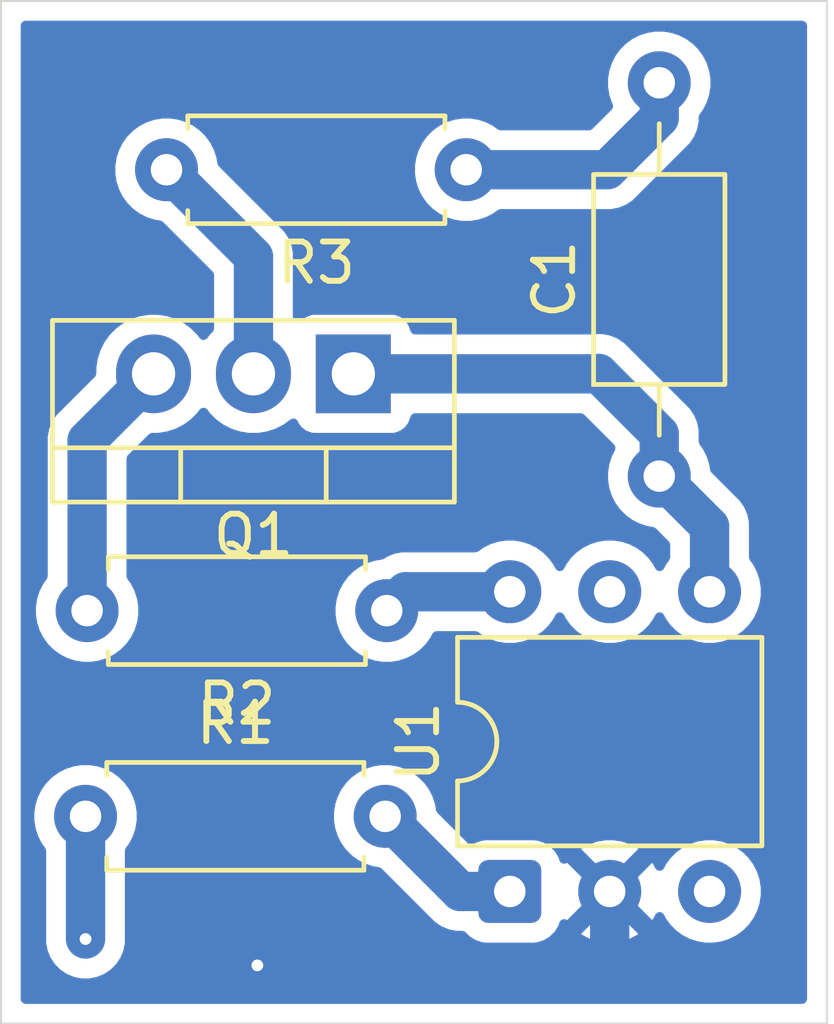
<source format=kicad_pcb>
(kicad_pcb (version 20241229) (generator "pcbnew") (generator_version "9.0")
  (layers (0 "F.Cu" signal) (2 "B.Cu" signal) (13 "F.Paste" user) (15 "B.Paste" user) (5 "F.SilkS" user "F.Silkscreen") (7 "B.SilkS" user "B.Silkscreen") (1 "F.Mask" user) (3 "B.Mask" user) (25 "Edge.Cuts" user))
  (net 0 "")
  (net 1 "Net-(Q1-A1)")
  (net 2 "Net-(C1-Pad2)")
  (net 3 "Net-(Q1-G)")
  (net 4 "VCC 220")
  (net 5 "Net-(R1-Pad2)")
  (net 6 "PD0")
  (net 7 "Net-(R2-Pad1)")
  (net 8 "GND PIN 9")
  (footprint "Resistor_THT:R_Axial_DIN0207_L6.3mm_D2.5mm_P7.62mm_Horizontal" (layer "F.Cu") (at 168.15 104.73)
    (property "Reference" "R1" (at 3.81 -2.37 0) (layer "F.SilkS"))
    (property "Value" "R")
    (fp_line (start 0.54 -1.37) (end 7.08 -1.37) (stroke (width 0.12)) (layer "F.SilkS"))
    (fp_line (start 0.54 -1.04) (end 0.54 -1.37) (stroke (width 0.12)) (layer "F.SilkS"))
    (fp_line (start 0.54 1.04) (end 0.54 1.37) (stroke (width 0.12)) (layer "F.SilkS"))
    (fp_line (start 0.54 1.37) (end 7.08 1.37) (stroke (width 0.12)) (layer "F.SilkS"))
    (fp_line (start 7.08 -1.37) (end 7.08 -1.04) (stroke (width 0.12)) (layer "F.SilkS"))
    (fp_line (start 7.08 1.37) (end 7.08 1.04) (stroke (width 0.12)) (layer "F.SilkS"))
    (pad "1" thru_hole circle (at 0 0) (size 1.6 1.6) (drill 0.8) (layers "*.Cu" "*.Mask") (net 6 "PD0"))
    (pad "2" thru_hole circle (at 7.62 0) (size 1.6 1.6) (drill 0.8) (layers "*.Cu" "*.Mask") (net 5 "Net-(R1-Pad2)"))
  )
  (footprint "Resistor_THT:R_Axial_DIN0207_L6.3mm_D2.5mm_P7.62mm_Horizontal" (layer "F.Cu") (at 177.83 88.29 180)
    (property "Reference" "R3" (at 3.81 -2.37 0) (layer "F.SilkS"))
    (property "Value" "R")
    (fp_line (start 7.08 1.37) (end 7.08 1.04) (stroke (width 0.12)) (layer "F.SilkS"))
    (fp_line (start 7.08 -1.37) (end 7.08 -1.04) (stroke (width 0.12)) (layer "F.SilkS"))
    (fp_line (start 0.54 1.37) (end 7.08 1.37) (stroke (width 0.12)) (layer "F.SilkS"))
    (fp_line (start 0.54 1.04) (end 0.54 1.37) (stroke (width 0.12)) (layer "F.SilkS"))
    (fp_line (start 0.54 -1.04) (end 0.54 -1.37) (stroke (width 0.12)) (layer "F.SilkS"))
    (fp_line (start 0.54 -1.37) (end 7.08 -1.37) (stroke (width 0.12)) (layer "F.SilkS"))
    (pad "1" thru_hole circle (at 0 0 180) (size 1.6 1.6) (drill 0.8) (layers "*.Cu" "*.Mask") (net 2 "Net-(C1-Pad2)"))
    (pad "2" thru_hole circle (at 7.62 0 180) (size 1.6 1.6) (drill 0.8) (layers "*.Cu" "*.Mask") (net 4 "VCC 220"))
  )
  (footprint "Capacitor_THT:C_Axial_L5.1mm_D3.1mm_P10.00mm_Horizontal" (layer "F.Cu") (at 182.74 96.08 90)
    (property "Reference" "C1" (at 5 -2.67 90) (layer "F.SilkS"))
    (property "Value" "C")
    (fp_line (start 8.96 0) (end 7.67 0) (stroke (width 0.12)) (layer "F.SilkS"))
    (fp_line (start 1.04 0) (end 2.33 0) (stroke (width 0.12)) (layer "F.SilkS"))
    (fp_rect (start 2.33 -1.67) (end 7.67 1.67) (stroke (width 0.12)) (fill no) (layer "F.SilkS"))
    (pad "1" thru_hole circle (at 0 0 90) (size 1.6 1.6) (drill 0.8) (layers "*.Cu" "*.Mask") (net 1 "Net-(Q1-A1)"))
    (pad "2" thru_hole circle (at 10 0 90) (size 1.6 1.6) (drill 0.8) (layers "*.Cu" "*.Mask") (net 2 "Net-(C1-Pad2)"))
  )
  (footprint "Resistor_THT:R_Axial_DIN0207_L6.3mm_D2.5mm_P7.62mm_Horizontal" (layer "F.Cu") (at 175.81 99.5 180)
    (property "Reference" "R2" (at 3.81 -2.37 0) (layer "F.SilkS"))
    (property "Value" "R")
    (fp_line (start 7.08 1.37) (end 7.08 1.04) (stroke (width 0.12)) (layer "F.SilkS"))
    (fp_line (start 7.08 -1.37) (end 7.08 -1.04) (stroke (width 0.12)) (layer "F.SilkS"))
    (fp_line (start 0.54 1.37) (end 7.08 1.37) (stroke (width 0.12)) (layer "F.SilkS"))
    (fp_line (start 0.54 1.04) (end 0.54 1.37) (stroke (width 0.12)) (layer "F.SilkS"))
    (fp_line (start 0.54 -1.04) (end 0.54 -1.37) (stroke (width 0.12)) (layer "F.SilkS"))
    (fp_line (start 0.54 -1.37) (end 7.08 -1.37) (stroke (width 0.12)) (layer "F.SilkS"))
    (pad "1" thru_hole circle (at 0 0 180) (size 1.6 1.6) (drill 0.8) (layers "*.Cu" "*.Mask") (net 7 "Net-(R2-Pad1)"))
    (pad "2" thru_hole circle (at 7.62 0 180) (size 1.6 1.6) (drill 0.8) (layers "*.Cu" "*.Mask") (net 3 "Net-(Q1-G)"))
  )
  (footprint "Package_DIP:DIP-6_W7.62mm" (layer "F.Cu") (at 178.94 106.64 90)
    (property "Reference" "U1" (at 3.81 -2.33 90) (layer "F.SilkS"))
    (property "Value" "MOC3021M")
    (fp_line (start 6.46 -1.33) (end 4.81 -1.33) (stroke (width 0.12)) (layer "F.SilkS"))
    (fp_line (start 2.81 -1.33) (end 1.16 -1.33) (stroke (width 0.12)) (layer "F.SilkS"))
    (fp_line (start 1.16 -1.33) (end 1.16 6.41) (stroke (width 0.12)) (layer "F.SilkS"))
    (fp_line (start 6.46 6.41) (end 6.46 -1.33) (stroke (width 0.12)) (layer "F.SilkS"))
    (fp_line (start 1.16 6.41) (end 6.46 6.41) (stroke (width 0.12)) (layer "F.SilkS"))
    (fp_arc (start 4.81 -1.33) (mid 3.81 -0.33) (end 2.81 -1.33) (stroke (width 0.12)) (layer "F.SilkS"))
    (pad "1" thru_hole roundrect (at 0 0 90) (size 1.6 1.6) (drill 0.8) (layers "*.Cu" "*.Mask") (roundrect_rratio 0.15625) (net 5 "Net-(R1-Pad2)"))
    (pad "2" thru_hole circle (at 0 2.54 90) (size 1.6 1.6) (drill 0.8) (layers "*.Cu" "*.Mask") (net 8 "GND PIN 9"))
    (pad "3" thru_hole circle (at 0 5.08 90) (size 1.6 1.6) (drill 0.8) (layers "*.Cu" "*.Mask"))
    (pad "4" thru_hole circle (at 7.62 5.08 90) (size 1.6 1.6) (drill 0.8) (layers "*.Cu" "*.Mask") (net 1 "Net-(Q1-A1)"))
    (pad "5" thru_hole circle (at 7.62 2.54 90) (size 1.6 1.6) (drill 0.8) (layers "*.Cu" "*.Mask"))
    (pad "6" thru_hole circle (at 7.62 0 90) (size 1.6 1.6) (drill 0.8) (layers "*.Cu" "*.Mask") (net 7 "Net-(R2-Pad1)"))
  )
  (footprint "Package_TO_SOT_THT:TO-220-3_Vertical" (layer "F.Cu") (at 174.96 93.48 180)
    (property "Reference" "Q1" (at 2.54 -4.1 0) (layer "F.SilkS"))
    (property "Value" "BT136-500")
    (fp_line (start 7.65 -3.26) (end 7.65 1.36) (stroke (width 0.12)) (layer "F.SilkS"))
    (fp_line (start 4.39 -3.26) (end 4.39 -1.88) (stroke (width 0.12)) (layer "F.SilkS"))
    (fp_line (start 0.69 -3.26) (end 0.69 -1.88) (stroke (width 0.12)) (layer "F.SilkS"))
    (fp_line (start -2.57 1.36) (end 7.65 1.36) (stroke (width 0.12)) (layer "F.SilkS"))
    (fp_line (start -2.57 -1.88) (end 7.65 -1.88) (stroke (width 0.12)) (layer "F.SilkS"))
    (fp_line (start -2.57 -3.26) (end 7.65 -3.26) (stroke (width 0.12)) (layer "F.SilkS"))
    (fp_line (start -2.57 -3.26) (end -2.57 1.36) (stroke (width 0.12)) (layer "F.SilkS"))
    (pad "1" thru_hole rect (at 0 0 180) (size 1.905 2) (drill 1.1) (layers "*.Cu" "*.Mask") (net 1 "Net-(Q1-A1)"))
    (pad "2" thru_hole oval (at 2.54 0 180) (size 1.905 2) (drill 1.1) (layers "*.Cu" "*.Mask") (net 4 "VCC 220"))
    (pad "3" thru_hole oval (at 5.08 0 180) (size 1.905 2) (drill 1.1) (layers "*.Cu" "*.Mask") (net 3 "Net-(Q1-G)"))
  )
  (gr_rect (start 166 84) (end 187 110) (stroke (width 0.05)) (fill no) (layer "Edge.Cuts"))
  (segment (start 184.02 97.36) (end 182.74 96.08) (width 1) (layer "B.Cu") (net 1))
  (segment (start 182.74 95.01) (end 181.2 93.47) (width 1) (layer "B.Cu") (net 1))
  (segment (start 174.96 93.48) (end 181.19 93.48) (width 1) (layer "B.Cu") (net 1))
  (segment (start 182.74 96.08) (end 182.74 95.01) (width 1) (layer "B.Cu") (net 1))
  (segment (start 181.19 93.48) (end 181.2 93.47) (width 1) (layer "B.Cu") (net 1))
  (segment (start 184.02 99.02) (end 184.02 97.36) (width 1) (layer "B.Cu") (net 1))
  (segment (start 183.82 98.82) (end 184.02 99.02) (width 1) (layer "B.Cu") (net 1))
  (segment (start 177.83 88.29) (end 181.42 88.29) (width 1) (layer "B.Cu") (net 2))
  (segment (start 182.74 86.08) (end 182.74 86.97) (width 1) (layer "B.Cu") (net 2))
  (segment (start 182.74 86.97) (end 181.42 88.29) (width 1) (layer "B.Cu") (net 2))
  (segment (start 168.19 99.5) (end 168.19 95.17) (width 1) (layer "B.Cu") (net 3))
  (segment (start 168.19 95.17) (end 169.88 93.48) (width 1) (layer "B.Cu") (net 3))
  (segment (start 172.42 93.48) (end 172.42 90.5) (width 1) (layer "B.Cu") (net 4))
  (segment (start 172.42 90.5) (end 170.21 88.29) (width 1) (layer "B.Cu") (net 4))
  (segment (start 178.94 106.64) (end 177.68 106.64) (width 1) (layer "B.Cu") (net 5))
  (segment (start 177.68 106.64) (end 175.77 104.73) (width 1) (layer "B.Cu") (net 5))
  (via (at 168.15 107.85) (size 0.6) (drill 0.3) (layers "F.Cu" "B.Cu") (net 6))
  (segment (start 168.15 104.73) (end 168.15 107.85) (width 1) (layer "B.Cu") (net 6))
  (segment (start 178.94 99.02) (end 176.29 99.02) (width 1) (layer "B.Cu") (net 7))
  (segment (start 176.29 99.02) (end 175.81 99.5) (width 1) (layer "B.Cu") (net 7))
  (via (at 172.52 108.52) (size 0.6) (drill 0.3) (layers "F.Cu" "B.Cu") (net 8))
  (segment (start 181.48 108.52) (end 172.52 108.52) (width 1) (layer "B.Cu") (net 8))
  (segment (start 181.48 106.64) (end 181.48 108.52) (width 1) (layer "B.Cu") (net 8))
  (zone (net 8) (net_name "GND PIN 9") (layer "B.Cu") (connect_pads (clearance 0.5)) (min_thickness 0.25) (fill yes (thermal_gap 0.5) (thermal_bridge_width 0.5))
    (polygon (pts (xy 187 84) (xy 166 84) (xy 166 110) (xy 187 110)))
  )
)
</source>
